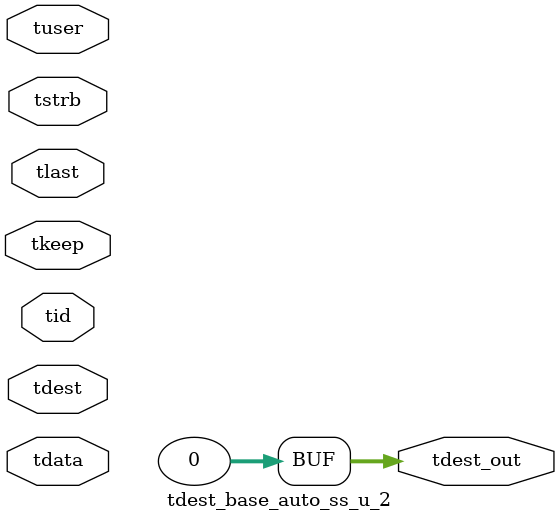
<source format=v>


`timescale 1ps/1ps

module tdest_base_auto_ss_u_2 #
(
parameter C_S_AXIS_TDATA_WIDTH = 32,
parameter C_S_AXIS_TUSER_WIDTH = 0,
parameter C_S_AXIS_TID_WIDTH   = 0,
parameter C_S_AXIS_TDEST_WIDTH = 0,
parameter C_M_AXIS_TDEST_WIDTH = 32
)
(
input  [(C_S_AXIS_TDATA_WIDTH == 0 ? 1 : C_S_AXIS_TDATA_WIDTH)-1:0     ] tdata,
input  [(C_S_AXIS_TUSER_WIDTH == 0 ? 1 : C_S_AXIS_TUSER_WIDTH)-1:0     ] tuser,
input  [(C_S_AXIS_TID_WIDTH   == 0 ? 1 : C_S_AXIS_TID_WIDTH)-1:0       ] tid,
input  [(C_S_AXIS_TDEST_WIDTH == 0 ? 1 : C_S_AXIS_TDEST_WIDTH)-1:0     ] tdest,
input  [(C_S_AXIS_TDATA_WIDTH/8)-1:0 ] tkeep,
input  [(C_S_AXIS_TDATA_WIDTH/8)-1:0 ] tstrb,
input                                                                    tlast,
output [C_M_AXIS_TDEST_WIDTH-1:0] tdest_out
);

assign tdest_out = {1'b0};

endmodule


</source>
